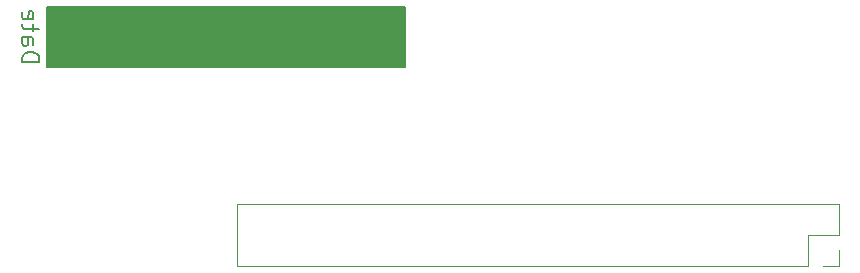
<source format=gbr>
%TF.GenerationSoftware,KiCad,Pcbnew,(6.0.9)*%
%TF.CreationDate,2023-11-03T09:01:54+01:00*%
%TF.ProjectId,p2000t-ram-expansion-board,70323030-3074-42d7-9261-6d2d65787061,rev?*%
%TF.SameCoordinates,Original*%
%TF.FileFunction,Legend,Bot*%
%TF.FilePolarity,Positive*%
%FSLAX46Y46*%
G04 Gerber Fmt 4.6, Leading zero omitted, Abs format (unit mm)*
G04 Created by KiCad (PCBNEW (6.0.9)) date 2023-11-03 09:01:54*
%MOMM*%
%LPD*%
G01*
G04 APERTURE LIST*
%ADD10C,0.200000*%
%ADD11C,0.150000*%
%ADD12C,0.120000*%
G04 APERTURE END LIST*
D10*
X31198428Y-64626857D02*
X32698428Y-64626857D01*
X32698428Y-64269714D01*
X32627000Y-64055428D01*
X32484142Y-63912571D01*
X32341285Y-63841142D01*
X32055571Y-63769714D01*
X31841285Y-63769714D01*
X31555571Y-63841142D01*
X31412714Y-63912571D01*
X31269857Y-64055428D01*
X31198428Y-64269714D01*
X31198428Y-64626857D01*
X31198428Y-62484000D02*
X31984142Y-62484000D01*
X32127000Y-62555428D01*
X32198428Y-62698285D01*
X32198428Y-62984000D01*
X32127000Y-63126857D01*
X31269857Y-62484000D02*
X31198428Y-62626857D01*
X31198428Y-62984000D01*
X31269857Y-63126857D01*
X31412714Y-63198285D01*
X31555571Y-63198285D01*
X31698428Y-63126857D01*
X31769857Y-62984000D01*
X31769857Y-62626857D01*
X31841285Y-62484000D01*
X32198428Y-61984000D02*
X32198428Y-61412571D01*
X32698428Y-61769714D02*
X31412714Y-61769714D01*
X31269857Y-61698285D01*
X31198428Y-61555428D01*
X31198428Y-61412571D01*
X31269857Y-60341142D02*
X31198428Y-60484000D01*
X31198428Y-60769714D01*
X31269857Y-60912571D01*
X31412714Y-60984000D01*
X31984142Y-60984000D01*
X32127000Y-60912571D01*
X32198428Y-60769714D01*
X32198428Y-60484000D01*
X32127000Y-60341142D01*
X31984142Y-60269714D01*
X31841285Y-60269714D01*
X31698428Y-60984000D01*
D11*
X33337500Y-65024000D02*
X63690500Y-65024000D01*
X63690500Y-65024000D02*
X63690500Y-59944000D01*
X63690500Y-59944000D02*
X33337500Y-59944000D01*
X33337500Y-59944000D02*
X33337500Y-65024000D01*
G36*
X33337500Y-65024000D02*
G01*
X63690500Y-65024000D01*
X63690500Y-59944000D01*
X33337500Y-59944000D01*
X33337500Y-65024000D01*
G37*
D12*
%TO.C,J1*%
X100385000Y-76648000D02*
X49465000Y-76648000D01*
X49465000Y-81848000D02*
X49465000Y-76648000D01*
X97785000Y-81848000D02*
X49465000Y-81848000D01*
X97785000Y-79248000D02*
X100385000Y-79248000D01*
X100385000Y-81848000D02*
X100385000Y-80518000D01*
X99055000Y-81848000D02*
X100385000Y-81848000D01*
X97785000Y-81848000D02*
X97785000Y-79248000D01*
X100385000Y-79248000D02*
X100385000Y-76648000D01*
%TD*%
M02*

</source>
